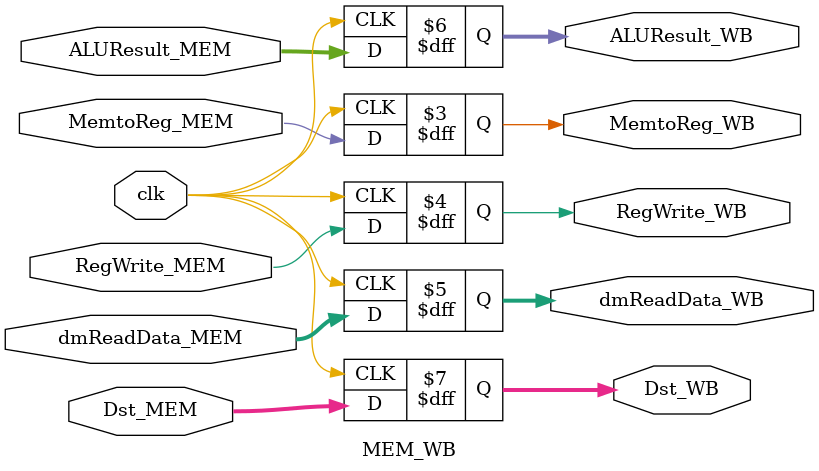
<source format=v>
`timescale 1ns / 1ps


module MEM_WB (
    input               clk,
    input               MemtoReg_MEM, //WB
                        RegWrite_MEM, //for use
    input       [31:0]  dmReadData_MEM,
                        ALUResult_MEM,
    input       [4:0]   Dst_MEM,

    output  reg         MemtoReg_WB, //WB
                        RegWrite_WB, //for use
    output  reg [31:0]  dmReadData_WB,
                        ALUResult_WB,
    output  reg [4:0]   Dst_WB
);

    initial begin
        MemtoReg_WB = 1'b0;
        RegWrite_WB = 1'b0;
        dmReadData_WB = 32'b0;
        ALUResult_WB = 32'b0;
        Dst_WB = 5'b0;
    end

    always @(posedge clk) begin
        MemtoReg_WB <= MemtoReg_MEM;
        RegWrite_WB <= RegWrite_MEM;
        dmReadData_WB <= dmReadData_MEM;
        ALUResult_WB <= ALUResult_MEM;
        Dst_WB <= Dst_MEM;
    end

endmodule
</source>
